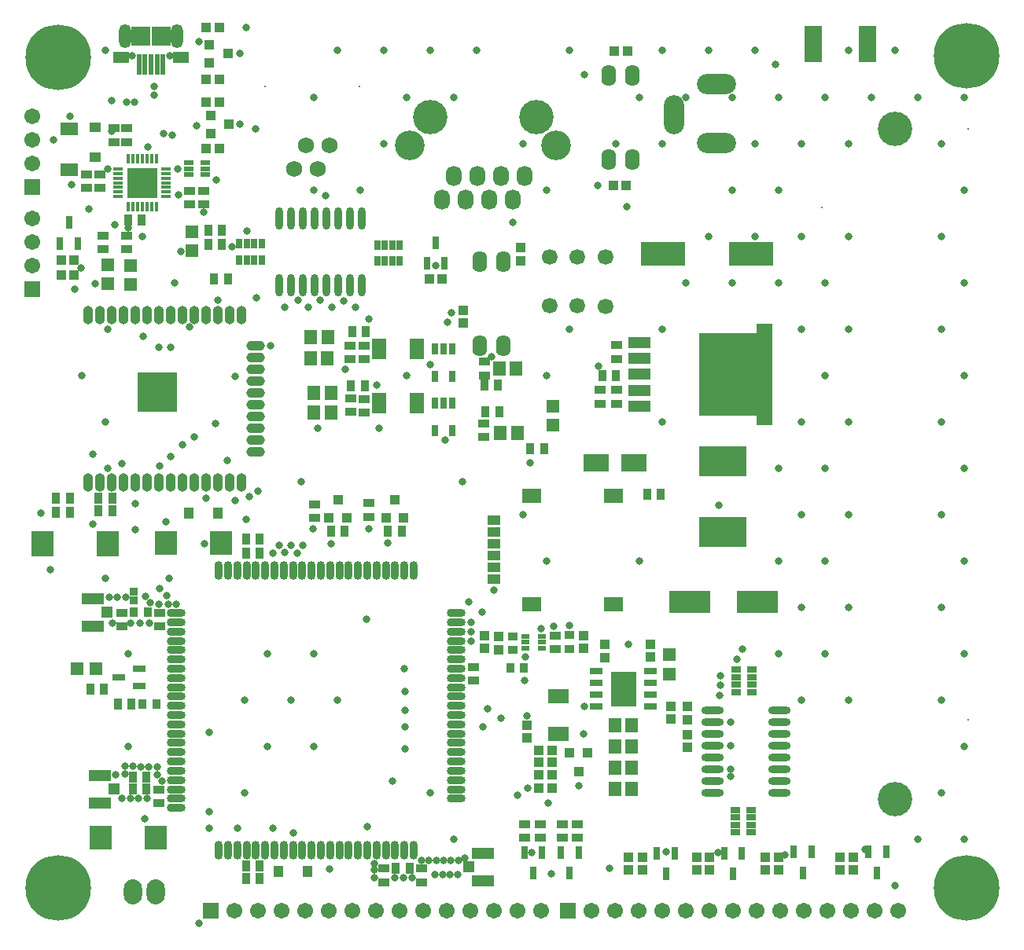
<source format=gts>
G04*
G04 #@! TF.GenerationSoftware,Altium Limited,Altium Designer,21.6.4 (81)*
G04*
G04 Layer_Color=8388736*
%FSLAX25Y25*%
%MOIN*%
G70*
G04*
G04 #@! TF.SameCoordinates,94B67592-C5F0-476C-964B-405C66203207*
G04*
G04*
G04 #@! TF.FilePolarity,Negative*
G04*
G01*
G75*
%ADD70R,0.03753X0.04737*%
%ADD71R,0.04737X0.03753*%
%ADD72R,0.07493X0.05721*%
%ADD73R,0.04343X0.01800*%
%ADD74R,0.01800X0.04343*%
%ADD75R,0.04540X0.04343*%
%ADD76O,0.04300X0.07800*%
%ADD77O,0.07800X0.04300*%
%ADD78R,0.16550X0.16550*%
%ADD79R,0.13005X0.13005*%
%ADD80R,0.02375X0.09068*%
%ADD81R,0.06706X0.04737*%
%ADD82R,0.08280X0.08280*%
%ADD83R,0.04343X0.02375*%
%ADD84R,0.02572X0.04343*%
%ADD85O,0.09583X0.03170*%
%ADD86R,0.09491X0.10154*%
%ADD87R,0.04343X0.02572*%
%ADD88R,0.02965X0.04737*%
%ADD89O,0.07887X0.03556*%
%ADD90O,0.03556X0.07887*%
%ADD91R,0.03162X0.05328*%
%ADD92R,0.04343X0.03950*%
%ADD93R,0.03950X0.04343*%
%ADD94R,0.07480X0.15354*%
%ADD95R,0.03950X0.04343*%
%ADD96R,0.04343X0.03950*%
%ADD97R,0.09304X0.05013*%
%ADD98R,0.05524X0.05524*%
%ADD99R,0.17335X0.09461*%
%ADD100R,0.06312X0.08674*%
%ADD101R,0.05524X0.06312*%
%ADD102R,0.05524X0.05524*%
%ADD103R,0.09491X0.11005*%
%ADD104R,0.10642X0.14579*%
%ADD105R,0.05524X0.03162*%
%ADD106R,0.08674X0.06312*%
%ADD107O,0.06312X0.09068*%
%ADD108R,0.04343X0.04540*%
%ADD109R,0.09461X0.04934*%
%ADD110R,0.04934X0.04737*%
%ADD111R,0.03398X0.03241*%
%ADD112R,0.03556X0.04343*%
%ADD113R,0.04343X0.03556*%
%ADD114R,0.20485X0.12611*%
%ADD115R,0.10642X0.07493*%
%ADD116R,0.19107X0.09855*%
%ADD117O,0.03170X0.09583*%
%ADD118R,0.03556X0.02454*%
%ADD119R,0.07887X0.05918*%
%ADD120R,0.05524X0.04343*%
%ADD121R,0.05328X0.03162*%
%ADD122C,0.27800*%
%ADD123C,0.03162*%
%ADD124O,0.05131X0.10249*%
%ADD125R,0.00800X0.00800*%
%ADD126C,0.14580*%
%ADD127O,0.07690X0.10642*%
%ADD128C,0.06658*%
%ADD129R,0.06706X0.06706*%
%ADD130C,0.06706*%
%ADD131O,0.16548X0.08674*%
%ADD132O,0.08674X0.16548*%
%ADD133C,0.12611*%
%ADD134O,0.06706X0.08674*%
%ADD135C,0.06800*%
%ADD136C,0.00800*%
%ADD137R,0.06706X0.06706*%
G36*
X319992Y213846D02*
X313417D01*
Y217980D01*
X289008D01*
Y253020D01*
X313417D01*
Y257154D01*
X319992D01*
Y213846D01*
D02*
G37*
D70*
X198146Y231000D02*
D03*
X203854D02*
D03*
X47146Y301000D02*
D03*
X52854D02*
D03*
X133146Y169000D02*
D03*
X138854D02*
D03*
X102779Y159500D02*
D03*
X97071D02*
D03*
X217646Y204000D02*
D03*
X223354D02*
D03*
X141646Y230731D02*
D03*
X147354D02*
D03*
X81146Y290530D02*
D03*
X86854D02*
D03*
X42789Y95506D02*
D03*
X48498D02*
D03*
X22354Y183000D02*
D03*
X16646D02*
D03*
X22354Y177000D02*
D03*
X16646D02*
D03*
X40354Y183000D02*
D03*
X34646D02*
D03*
X163018Y169000D02*
D03*
X157310D02*
D03*
X142146Y253500D02*
D03*
X147854D02*
D03*
X198646Y219500D02*
D03*
X204354D02*
D03*
X54854Y64500D02*
D03*
X49146D02*
D03*
X49146Y59500D02*
D03*
X54854D02*
D03*
X160646Y26000D02*
D03*
X166354D02*
D03*
X248146Y235000D02*
D03*
X253854D02*
D03*
X267146Y184500D02*
D03*
X272854D02*
D03*
X34646Y177500D02*
D03*
X40354D02*
D03*
X31146Y102000D02*
D03*
X36854D02*
D03*
X97146Y21500D02*
D03*
X102854D02*
D03*
X97071Y165500D02*
D03*
X102779D02*
D03*
X97146Y27000D02*
D03*
X102854D02*
D03*
X83646Y276000D02*
D03*
X89354D02*
D03*
X81146Y296500D02*
D03*
X86854D02*
D03*
D71*
X198000Y235146D02*
D03*
Y240854D02*
D03*
X46500Y334146D02*
D03*
Y339854D02*
D03*
X41000D02*
D03*
Y334146D02*
D03*
X79000Y307646D02*
D03*
Y313354D02*
D03*
X126000Y174500D02*
D03*
Y180209D02*
D03*
X155500Y25854D02*
D03*
Y20146D02*
D03*
X141500Y225354D02*
D03*
Y219646D02*
D03*
X147000Y225085D02*
D03*
Y219376D02*
D03*
X29500Y314646D02*
D03*
Y320354D02*
D03*
X35000Y314646D02*
D03*
Y320354D02*
D03*
X36500Y288500D02*
D03*
Y294209D02*
D03*
X46500Y288500D02*
D03*
Y294209D02*
D03*
X149251Y180854D02*
D03*
Y175146D02*
D03*
X141039Y247784D02*
D03*
Y242075D02*
D03*
X147000Y247784D02*
D03*
Y242075D02*
D03*
X197957Y208993D02*
D03*
Y214701D02*
D03*
X231013Y38902D02*
D03*
Y44610D02*
D03*
X221744Y38902D02*
D03*
Y44610D02*
D03*
X215244Y38902D02*
D03*
Y44610D02*
D03*
X171500Y20146D02*
D03*
Y25854D02*
D03*
X228000Y119039D02*
D03*
Y124748D02*
D03*
X254000Y223146D02*
D03*
Y228854D02*
D03*
X247000Y223146D02*
D03*
Y228854D02*
D03*
X254000Y242146D02*
D03*
Y247854D02*
D03*
X60000Y59354D02*
D03*
Y53646D02*
D03*
X44500Y134354D02*
D03*
Y128646D02*
D03*
X60500Y134354D02*
D03*
Y128646D02*
D03*
X193500Y111354D02*
D03*
Y105646D02*
D03*
X237454Y44610D02*
D03*
Y38902D02*
D03*
X73000Y313354D02*
D03*
Y307646D02*
D03*
D72*
X22000Y322339D02*
D03*
Y339661D02*
D03*
D73*
X42898Y322709D02*
D03*
X63291D02*
D03*
Y320740D02*
D03*
Y318772D02*
D03*
Y316803D02*
D03*
Y314835D02*
D03*
Y312866D02*
D03*
Y310898D02*
D03*
X42898D02*
D03*
Y312866D02*
D03*
Y314835D02*
D03*
Y316803D02*
D03*
Y318772D02*
D03*
Y320740D02*
D03*
D74*
X47189Y327000D02*
D03*
X59000Y306606D02*
D03*
X57032D02*
D03*
X55063D02*
D03*
X53095D02*
D03*
X51126D02*
D03*
X49158D02*
D03*
X47189D02*
D03*
X49158Y327000D02*
D03*
X51126D02*
D03*
X53095D02*
D03*
X55063D02*
D03*
X57032D02*
D03*
X59000D02*
D03*
D75*
X33000Y340201D02*
D03*
Y327799D02*
D03*
D76*
X30100Y260600D02*
D03*
X35100D02*
D03*
X40100D02*
D03*
X45100D02*
D03*
X50100D02*
D03*
X55100D02*
D03*
X60100D02*
D03*
X65100D02*
D03*
X70100D02*
D03*
X75100D02*
D03*
X80100D02*
D03*
X85100D02*
D03*
X90100D02*
D03*
X95100D02*
D03*
Y189700D02*
D03*
X90100D02*
D03*
X85100D02*
D03*
X80100D02*
D03*
X75100D02*
D03*
X70100D02*
D03*
X65100D02*
D03*
X60100D02*
D03*
X55100D02*
D03*
X50100D02*
D03*
X45100D02*
D03*
X40100D02*
D03*
X35100D02*
D03*
X30100D02*
D03*
D77*
X101200Y247600D02*
D03*
Y242600D02*
D03*
Y237600D02*
D03*
Y232600D02*
D03*
Y227600D02*
D03*
Y222600D02*
D03*
Y217600D02*
D03*
Y212600D02*
D03*
Y207600D02*
D03*
Y202600D02*
D03*
D78*
X59500Y228000D02*
D03*
D79*
X53095Y316803D02*
D03*
D80*
X56831Y366992D02*
D03*
X59390D02*
D03*
X61949D02*
D03*
X54272D02*
D03*
X51713D02*
D03*
D81*
X69429Y370142D02*
D03*
X44232D02*
D03*
D82*
X61162Y379000D02*
D03*
X52500D02*
D03*
D83*
X72707Y325309D02*
D03*
X79793D02*
D03*
Y322750D02*
D03*
Y320191D02*
D03*
X72707D02*
D03*
Y322750D02*
D03*
D84*
X159075Y290347D02*
D03*
X162224D02*
D03*
X152776D02*
D03*
X155925D02*
D03*
Y283653D02*
D03*
X152776D02*
D03*
X162224D02*
D03*
X159075D02*
D03*
X100575Y290846D02*
D03*
X103724D02*
D03*
X94276D02*
D03*
X97425D02*
D03*
Y284154D02*
D03*
X94276D02*
D03*
X103724D02*
D03*
X100575D02*
D03*
D85*
X294963Y93000D02*
D03*
Y88000D02*
D03*
Y83000D02*
D03*
Y78000D02*
D03*
Y73000D02*
D03*
Y68000D02*
D03*
Y63000D02*
D03*
Y58000D02*
D03*
X323037Y93000D02*
D03*
Y88000D02*
D03*
Y83000D02*
D03*
Y78000D02*
D03*
Y73000D02*
D03*
Y68000D02*
D03*
Y63000D02*
D03*
Y58000D02*
D03*
D86*
X35342Y39000D02*
D03*
X58658D02*
D03*
X63108Y164000D02*
D03*
X86425D02*
D03*
D87*
X311347Y103925D02*
D03*
Y100776D02*
D03*
Y110224D02*
D03*
Y107075D02*
D03*
X304654D02*
D03*
Y110224D02*
D03*
Y100776D02*
D03*
Y103925D02*
D03*
X311151Y44463D02*
D03*
Y41313D02*
D03*
Y50762D02*
D03*
Y47613D02*
D03*
X304458D02*
D03*
Y50762D02*
D03*
Y41313D02*
D03*
Y44463D02*
D03*
D88*
X184541Y223383D02*
D03*
X180801D02*
D03*
X177061D02*
D03*
Y211572D02*
D03*
X184541D02*
D03*
Y234594D02*
D03*
X177061D02*
D03*
Y246406D02*
D03*
X180801D02*
D03*
X184541D02*
D03*
D89*
X67394Y51610D02*
D03*
Y134288D02*
D03*
X186291Y134287D02*
D03*
X67394Y55547D02*
D03*
Y59484D02*
D03*
Y63421D02*
D03*
Y67358D02*
D03*
Y71295D02*
D03*
Y75232D02*
D03*
Y79169D02*
D03*
Y83106D02*
D03*
Y87043D02*
D03*
Y90980D02*
D03*
Y94917D02*
D03*
Y98854D02*
D03*
Y102791D02*
D03*
Y106728D02*
D03*
Y110665D02*
D03*
Y114602D02*
D03*
Y118539D02*
D03*
Y122476D02*
D03*
Y126413D02*
D03*
Y130350D02*
D03*
X186291D02*
D03*
Y126413D02*
D03*
Y122476D02*
D03*
Y118539D02*
D03*
Y114602D02*
D03*
Y110665D02*
D03*
Y106728D02*
D03*
Y102791D02*
D03*
Y98854D02*
D03*
Y94917D02*
D03*
Y90980D02*
D03*
Y87043D02*
D03*
Y83106D02*
D03*
Y79169D02*
D03*
Y75232D02*
D03*
Y71295D02*
D03*
Y67358D02*
D03*
Y63421D02*
D03*
Y59484D02*
D03*
Y55547D02*
D03*
D90*
X168181Y152398D02*
D03*
X85504D02*
D03*
Y33500D02*
D03*
X168181D02*
D03*
X164244D02*
D03*
X160307D02*
D03*
X156370D02*
D03*
X152433D02*
D03*
X148496D02*
D03*
X144559D02*
D03*
X140622D02*
D03*
X136685D02*
D03*
X132748D02*
D03*
X128811D02*
D03*
X124874D02*
D03*
X120937D02*
D03*
X117000D02*
D03*
X113063D02*
D03*
X109126D02*
D03*
X105189D02*
D03*
X101252D02*
D03*
X97315D02*
D03*
X93378D02*
D03*
X89441D02*
D03*
Y152398D02*
D03*
X93378D02*
D03*
X97315D02*
D03*
X101252D02*
D03*
X105189D02*
D03*
X109126D02*
D03*
X113063D02*
D03*
X117000D02*
D03*
X120937D02*
D03*
X124874D02*
D03*
X128811D02*
D03*
X132748D02*
D03*
X136685D02*
D03*
X140622D02*
D03*
X144559D02*
D03*
X148496D02*
D03*
X152433D02*
D03*
X156370D02*
D03*
X160307D02*
D03*
X164244D02*
D03*
D91*
X237984Y32685D02*
D03*
X230504D02*
D03*
X234244Y23827D02*
D03*
X278740Y32429D02*
D03*
X271260D02*
D03*
X275000Y23571D02*
D03*
X177500Y291429D02*
D03*
X181240Y282571D02*
D03*
X173760D02*
D03*
X333000Y24071D02*
D03*
X329260Y32929D02*
D03*
X336740D02*
D03*
X364621Y24071D02*
D03*
X360881Y32929D02*
D03*
X368361D02*
D03*
X303500Y23571D02*
D03*
X299760Y32429D02*
D03*
X307240D02*
D03*
X22000Y299929D02*
D03*
X25740Y291071D02*
D03*
X18260D02*
D03*
X222484Y32685D02*
D03*
X215004D02*
D03*
X218744Y23827D02*
D03*
D92*
X204000Y124256D02*
D03*
Y118744D02*
D03*
X240000Y119244D02*
D03*
Y124756D02*
D03*
X198000Y124756D02*
D03*
Y119244D02*
D03*
X189000Y257244D02*
D03*
Y262756D02*
D03*
X216000Y86756D02*
D03*
Y81244D02*
D03*
X268500Y115500D02*
D03*
Y121012D02*
D03*
X277000Y89244D02*
D03*
Y94756D02*
D03*
X284000Y77244D02*
D03*
Y82756D02*
D03*
X249000Y121000D02*
D03*
Y115488D02*
D03*
X284000Y89000D02*
D03*
Y94512D02*
D03*
X213500Y283744D02*
D03*
Y289256D02*
D03*
X354504Y25244D02*
D03*
Y30756D02*
D03*
X348844Y25244D02*
D03*
Y30756D02*
D03*
X322869Y25244D02*
D03*
Y30756D02*
D03*
X317225Y25244D02*
D03*
Y30756D02*
D03*
X293500Y25244D02*
D03*
Y30756D02*
D03*
X288000Y25244D02*
D03*
Y30756D02*
D03*
X265000Y25244D02*
D03*
Y30756D02*
D03*
X259000Y25244D02*
D03*
Y30756D02*
D03*
D93*
X136000Y182437D02*
D03*
X139740Y174563D02*
D03*
X132260D02*
D03*
X156424D02*
D03*
X163904D02*
D03*
X160164Y182437D02*
D03*
X238000Y67063D02*
D03*
X234260Y74937D02*
D03*
X241740D02*
D03*
D94*
X337386Y375500D02*
D03*
X360614D02*
D03*
D95*
X80244Y351000D02*
D03*
X85756D02*
D03*
X80244Y331330D02*
D03*
X85756D02*
D03*
X85756Y382500D02*
D03*
X80244D02*
D03*
X80244Y360631D02*
D03*
X85756D02*
D03*
X226756Y60000D02*
D03*
X221244D02*
D03*
X221244Y65500D02*
D03*
X226756D02*
D03*
X221244Y76000D02*
D03*
X226756D02*
D03*
X221244Y71000D02*
D03*
X226756D02*
D03*
X24256Y277500D02*
D03*
X18744D02*
D03*
X24256Y284000D02*
D03*
X18744D02*
D03*
X258256Y315500D02*
D03*
X252744D02*
D03*
X258756Y372500D02*
D03*
X253244D02*
D03*
X180256Y276131D02*
D03*
X174744D02*
D03*
D96*
X81563Y375240D02*
D03*
Y367760D02*
D03*
X89437Y371500D02*
D03*
X89937Y341500D02*
D03*
X82063Y337760D02*
D03*
Y345240D02*
D03*
D97*
X263811Y248886D02*
D03*
Y242193D02*
D03*
Y235500D02*
D03*
Y228807D02*
D03*
Y222114D02*
D03*
D98*
X74000Y296134D02*
D03*
Y287866D02*
D03*
X227000Y213866D02*
D03*
Y222134D02*
D03*
X48000Y273500D02*
D03*
Y281768D02*
D03*
X38500Y273866D02*
D03*
Y282134D02*
D03*
X276500Y116634D02*
D03*
Y108366D02*
D03*
D99*
X313870Y139000D02*
D03*
X285130D02*
D03*
D100*
X153626Y223231D02*
D03*
X169375D02*
D03*
X153626Y246410D02*
D03*
X169375D02*
D03*
D101*
X133043Y219231D02*
D03*
X125957D02*
D03*
X133043Y227731D02*
D03*
X125957D02*
D03*
X131682Y251196D02*
D03*
X124595D02*
D03*
X131543Y242219D02*
D03*
X124457D02*
D03*
X204457Y238000D02*
D03*
X211543D02*
D03*
X204957Y210500D02*
D03*
X212043D02*
D03*
X253457Y59500D02*
D03*
X260543D02*
D03*
X253457Y68500D02*
D03*
X260543D02*
D03*
X253457Y77500D02*
D03*
X260543D02*
D03*
X253500Y86500D02*
D03*
X260587D02*
D03*
D102*
X25366Y110500D02*
D03*
X33634D02*
D03*
D103*
X38324Y163500D02*
D03*
X10676D02*
D03*
D104*
X257000Y102000D02*
D03*
D105*
X245550Y94500D02*
D03*
Y99500D02*
D03*
Y104500D02*
D03*
Y109500D02*
D03*
X268450D02*
D03*
Y104500D02*
D03*
Y99500D02*
D03*
Y94500D02*
D03*
D106*
X229500Y98875D02*
D03*
Y83126D02*
D03*
D107*
X206000Y283413D02*
D03*
X196000D02*
D03*
X206000Y247587D02*
D03*
X196000D02*
D03*
X250819Y326587D02*
D03*
X260819D02*
D03*
X250819Y362413D02*
D03*
X260819D02*
D03*
D108*
X110799Y24500D02*
D03*
X123201D02*
D03*
X85201Y176500D02*
D03*
X72799D02*
D03*
D109*
X35000Y65307D02*
D03*
Y53693D02*
D03*
X197500Y20693D02*
D03*
Y32307D02*
D03*
X32000Y128693D02*
D03*
Y140307D02*
D03*
D110*
X41004Y59500D02*
D03*
X191496Y26500D02*
D03*
X38004Y134500D02*
D03*
D111*
X49500Y143429D02*
D03*
Y139571D02*
D03*
D112*
X214953Y111000D02*
D03*
X209047D02*
D03*
X59000Y95500D02*
D03*
X53095D02*
D03*
X49547Y134500D02*
D03*
X55453D02*
D03*
D113*
X210000Y124453D02*
D03*
Y118547D02*
D03*
X234000Y118941D02*
D03*
Y124846D02*
D03*
D114*
X299059Y168736D02*
D03*
X299000Y198500D02*
D03*
D115*
X261374Y198000D02*
D03*
X245626D02*
D03*
D116*
X311201Y286500D02*
D03*
X273799D02*
D03*
D117*
X146000Y301537D02*
D03*
X141000D02*
D03*
X136000D02*
D03*
X131000D02*
D03*
X126000D02*
D03*
X121000D02*
D03*
X116000D02*
D03*
X111000D02*
D03*
X146000Y273463D02*
D03*
X141000D02*
D03*
X136000D02*
D03*
X131000D02*
D03*
X126000D02*
D03*
X121000D02*
D03*
X116000D02*
D03*
X111000D02*
D03*
D118*
X215378Y124452D02*
D03*
X222621Y124452D02*
D03*
X222621Y121894D02*
D03*
X222621Y119334D02*
D03*
X215378Y119334D02*
D03*
X215378Y121893D02*
D03*
D119*
X218252Y184043D02*
D03*
X252898D02*
D03*
Y137957D02*
D03*
X218252D02*
D03*
D120*
X202102Y173506D02*
D03*
Y168506D02*
D03*
Y163506D02*
D03*
Y158506D02*
D03*
Y153506D02*
D03*
Y148506D02*
D03*
D121*
X51929Y103260D02*
D03*
Y110740D02*
D03*
X43071Y107000D02*
D03*
D122*
X402500Y17500D02*
D03*
Y370500D02*
D03*
X17500Y370000D02*
D03*
Y17500D02*
D03*
D123*
X48957Y370732D02*
D03*
X64705D02*
D03*
X175000Y239500D02*
D03*
X201000Y243000D02*
D03*
X128575Y267075D02*
D03*
X119000Y267147D02*
D03*
X65937Y336982D02*
D03*
X62000Y337500D02*
D03*
X58000Y354000D02*
D03*
X58201Y357701D02*
D03*
X49789Y351000D02*
D03*
X46639D02*
D03*
X40000Y351500D02*
D03*
X38500Y322500D02*
D03*
X60000Y138000D02*
D03*
X199500Y93500D02*
D03*
X197500Y86000D02*
D03*
X205000Y89500D02*
D03*
X40000Y338500D02*
D03*
X138500Y266500D02*
D03*
X130818Y311375D02*
D03*
X97410Y296256D02*
D03*
X297957Y99295D02*
D03*
X298000Y103500D02*
D03*
Y107500D02*
D03*
X305017Y114673D02*
D03*
X401528Y353146D02*
D03*
X391685Y333461D02*
D03*
X401528Y313776D02*
D03*
X391685Y294091D02*
D03*
X401528Y274406D02*
D03*
X391685Y254720D02*
D03*
X401528Y235035D02*
D03*
X391685Y215350D02*
D03*
X401528Y195665D02*
D03*
X391685Y175980D02*
D03*
X401528Y156295D02*
D03*
X391685Y136610D02*
D03*
X401528Y116925D02*
D03*
X391685Y97240D02*
D03*
X401528Y77555D02*
D03*
X391685Y57870D02*
D03*
X401528Y38185D02*
D03*
X372000Y372831D02*
D03*
X381842Y353146D02*
D03*
Y38185D02*
D03*
X372000Y18500D02*
D03*
X352315Y372831D02*
D03*
X362158Y353146D02*
D03*
X352315Y333461D02*
D03*
Y294091D02*
D03*
Y254720D02*
D03*
Y215350D02*
D03*
Y175980D02*
D03*
Y136610D02*
D03*
Y97240D02*
D03*
X342472Y353146D02*
D03*
X332630Y333461D02*
D03*
Y294091D02*
D03*
X342472Y274406D02*
D03*
X332630Y254720D02*
D03*
X342472Y235035D02*
D03*
X332630Y215350D02*
D03*
X342472Y195665D02*
D03*
X332630Y175980D02*
D03*
X342472Y156295D02*
D03*
X332630Y136610D02*
D03*
X342472Y116925D02*
D03*
X332630Y97240D02*
D03*
X312945Y372831D02*
D03*
X322787Y353146D02*
D03*
X312945Y333461D02*
D03*
X322787Y313776D02*
D03*
X312945Y294091D02*
D03*
X322787Y274406D02*
D03*
Y195665D02*
D03*
Y156295D02*
D03*
Y116925D02*
D03*
X293260Y372831D02*
D03*
X303102Y353146D02*
D03*
Y313776D02*
D03*
X293260Y294091D02*
D03*
X303102Y274406D02*
D03*
X273575Y372831D02*
D03*
X283417Y353146D02*
D03*
X273575Y333461D02*
D03*
X283417Y274406D02*
D03*
X273575Y254720D02*
D03*
Y215350D02*
D03*
X263732Y353146D02*
D03*
X253890Y333461D02*
D03*
X263732Y156295D02*
D03*
X234205Y372831D02*
D03*
Y254720D02*
D03*
X214520Y333461D02*
D03*
X224362Y313776D02*
D03*
Y235035D02*
D03*
X214520Y175980D02*
D03*
X224362Y156295D02*
D03*
X194835Y372831D02*
D03*
X175150D02*
D03*
X184992Y353146D02*
D03*
X175150Y57870D02*
D03*
X184992Y38185D02*
D03*
X155465Y372831D02*
D03*
X165307Y353146D02*
D03*
X155465Y333461D02*
D03*
X165307Y235035D02*
D03*
X135780Y372831D02*
D03*
X145622Y313776D02*
D03*
X135780Y97240D02*
D03*
X125937Y353146D02*
D03*
Y313776D02*
D03*
Y116925D02*
D03*
X116095Y97240D02*
D03*
X125937Y77555D02*
D03*
X106252Y116925D02*
D03*
X96409Y97240D02*
D03*
X106252Y77555D02*
D03*
X96409Y57870D02*
D03*
X66882Y274406D02*
D03*
X37354Y372831D02*
D03*
Y215350D02*
D03*
X47197Y116925D02*
D03*
Y77555D02*
D03*
X27512Y235035D02*
D03*
X164500Y76500D02*
D03*
Y86000D02*
D03*
Y93000D02*
D03*
Y101000D02*
D03*
X77000Y2500D02*
D03*
X14000Y152500D02*
D03*
X63000Y173000D02*
D03*
X81500Y83500D02*
D03*
X54000Y47000D02*
D03*
X24500Y271500D02*
D03*
X27130Y280750D02*
D03*
X23000Y316000D02*
D03*
X47146Y297654D02*
D03*
X32256Y201756D02*
D03*
X38500Y195500D02*
D03*
X44500Y197500D02*
D03*
X10000Y176500D02*
D03*
X37500Y149000D02*
D03*
X46000Y141000D02*
D03*
X42500D02*
D03*
X39000D02*
D03*
X40500Y130000D02*
D03*
X48000D02*
D03*
X56000D02*
D03*
X52000D02*
D03*
X54380Y141215D02*
D03*
X67500Y138000D02*
D03*
X64000D02*
D03*
X56500Y138500D02*
D03*
X55958Y69083D02*
D03*
X59368Y69106D02*
D03*
X59463Y65741D02*
D03*
X49129Y69194D02*
D03*
X41888Y65682D02*
D03*
X45704Y69194D02*
D03*
X45662Y65874D02*
D03*
X44500Y55500D02*
D03*
X48000D02*
D03*
X51500D02*
D03*
X52638Y69137D02*
D03*
X55000Y55500D02*
D03*
X61463Y63075D02*
D03*
X151500Y28000D02*
D03*
Y22000D02*
D03*
X163802Y21937D02*
D03*
X160000Y22000D02*
D03*
X167500D02*
D03*
X151524Y25270D02*
D03*
X189977Y30476D02*
D03*
X187103Y29188D02*
D03*
X183953D02*
D03*
X180804D02*
D03*
X177654D02*
D03*
X174505D02*
D03*
X171359Y29338D02*
D03*
X177221Y23167D02*
D03*
X180371D02*
D03*
X183521D02*
D03*
X186670D02*
D03*
X132500Y25500D02*
D03*
X226500Y23500D02*
D03*
X225000Y53500D02*
D03*
X197000Y134500D02*
D03*
X177500Y281500D02*
D03*
X101500Y268000D02*
D03*
X92500Y234500D02*
D03*
X89000Y199000D02*
D03*
X127500Y212500D02*
D03*
X188909Y190091D02*
D03*
X275000Y33000D02*
D03*
X297000Y32500D02*
D03*
X325500Y31500D02*
D03*
X359500Y34000D02*
D03*
X251000Y26000D02*
D03*
X41500Y299000D02*
D03*
X33000Y274000D02*
D03*
X93500Y43000D02*
D03*
X81516Y43016D02*
D03*
X32000Y172000D02*
D03*
X75000Y209000D02*
D03*
X120500Y190000D02*
D03*
X184000Y261535D02*
D03*
X182500Y257500D02*
D03*
X157000Y164000D02*
D03*
X125500Y170000D02*
D03*
X153500Y212711D02*
D03*
X181500Y207500D02*
D03*
X164000Y110500D02*
D03*
X159000Y63000D02*
D03*
X148000Y131500D02*
D03*
X69500Y287500D02*
D03*
X79000Y304252D02*
D03*
X73225Y255602D02*
D03*
X222000Y127500D02*
D03*
X228000Y119039D02*
D03*
X215000Y105500D02*
D03*
X191500Y139000D02*
D03*
X215500Y115500D02*
D03*
X55594Y332000D02*
D03*
X216000Y90500D02*
D03*
X218000Y32500D02*
D03*
X133000Y163500D02*
D03*
X212000Y57000D02*
D03*
X81500Y50000D02*
D03*
X148500Y43500D02*
D03*
X79500Y163500D02*
D03*
X64500Y149000D02*
D03*
X65000Y200500D02*
D03*
X84000Y214500D02*
D03*
X139000Y237500D02*
D03*
X152500Y231000D02*
D03*
X210000Y300000D02*
D03*
X246000Y315500D02*
D03*
X97000Y382500D02*
D03*
X101000Y339500D02*
D03*
X94441Y341560D02*
D03*
X91000Y289500D02*
D03*
X53000Y294000D02*
D03*
X60500Y144500D02*
D03*
X63500Y141500D02*
D03*
X60500Y196500D02*
D03*
X307500Y119000D02*
D03*
X108500Y43000D02*
D03*
X117059Y41059D02*
D03*
X149000Y170000D02*
D03*
X217500Y198000D02*
D03*
X240500Y94500D02*
D03*
X297500Y180000D02*
D03*
X246500Y239000D02*
D03*
X121295Y163000D02*
D03*
X118736Y159500D02*
D03*
X116177Y163000D02*
D03*
X111059D02*
D03*
X113618Y160000D02*
D03*
X92500Y181846D02*
D03*
X108500Y159500D02*
D03*
X97000Y174000D02*
D03*
X102000Y186000D02*
D03*
X98500Y183815D02*
D03*
X258500Y306500D02*
D03*
X107500Y247500D02*
D03*
X50000Y169500D02*
D03*
Y180500D02*
D03*
X216500Y60000D02*
D03*
X60000Y247000D02*
D03*
X53500Y251500D02*
D03*
X65000Y247000D02*
D03*
X38500Y254500D02*
D03*
X113500Y264000D02*
D03*
X123500D02*
D03*
X133500D02*
D03*
X143500D02*
D03*
X85000Y267000D02*
D03*
X149000Y259000D02*
D03*
X321500Y367000D02*
D03*
X84500Y318000D02*
D03*
X80000Y183000D02*
D03*
X234000Y129000D02*
D03*
X76000Y341000D02*
D03*
X77000Y376500D02*
D03*
X94500Y371500D02*
D03*
X30500Y305500D02*
D03*
X15500Y335000D02*
D03*
X22500Y345000D02*
D03*
X70000Y205500D02*
D03*
X68250Y322750D02*
D03*
X68498Y311491D02*
D03*
X240500Y362500D02*
D03*
X202102Y144103D02*
D03*
X192476Y122476D02*
D03*
X227500Y128500D02*
D03*
X192566Y130350D02*
D03*
X192587Y126413D02*
D03*
X259000Y121000D02*
D03*
X240000Y83000D02*
D03*
X302500Y64937D02*
D03*
Y68087D02*
D03*
Y78000D02*
D03*
X238000Y61000D02*
D03*
X302500Y88000D02*
D03*
D124*
X45709Y378999D02*
D03*
X67953D02*
D03*
D125*
X402984Y88839D02*
D03*
Y339665D02*
D03*
X341016Y306161D02*
D03*
D126*
X372000Y55335D02*
D03*
Y339665D02*
D03*
X220000Y344657D02*
D03*
X175000D02*
D03*
D127*
X49079Y16000D02*
D03*
X58921D02*
D03*
D128*
X225726Y285362D02*
D03*
X237545Y285339D02*
D03*
X249340Y285343D02*
D03*
Y264480D02*
D03*
X237565Y264500D02*
D03*
X225726D02*
D03*
D129*
X6500Y315000D02*
D03*
Y271500D02*
D03*
D130*
Y325000D02*
D03*
Y335000D02*
D03*
Y345000D02*
D03*
Y281500D02*
D03*
Y291500D02*
D03*
Y301500D02*
D03*
X243500Y8000D02*
D03*
X253500D02*
D03*
X263500D02*
D03*
X273500D02*
D03*
X283500D02*
D03*
X293500D02*
D03*
X303500D02*
D03*
X313500D02*
D03*
X323500D02*
D03*
X333500D02*
D03*
X343500D02*
D03*
X353500D02*
D03*
X363500D02*
D03*
X373500D02*
D03*
X222000D02*
D03*
X212000D02*
D03*
X202000D02*
D03*
X192000D02*
D03*
X182000D02*
D03*
X172000D02*
D03*
X162000D02*
D03*
X152000D02*
D03*
X142000D02*
D03*
X132000D02*
D03*
X122000D02*
D03*
X112000D02*
D03*
X102000D02*
D03*
X92000D02*
D03*
D131*
X296500Y358500D02*
D03*
Y333500D02*
D03*
D132*
X278500Y345500D02*
D03*
D133*
X228425Y332650D02*
D03*
X166614D02*
D03*
D134*
X185000Y319657D02*
D03*
X195000D02*
D03*
X205000D02*
D03*
X215000D02*
D03*
X180000Y309658D02*
D03*
X190000D02*
D03*
X200000D02*
D03*
X210000D02*
D03*
D135*
X132500Y332500D02*
D03*
X122500D02*
D03*
X127500Y322500D02*
D03*
X117500D02*
D03*
D136*
X145000Y357500D02*
D03*
X105000D02*
D03*
D137*
X233500Y8000D02*
D03*
X82000D02*
D03*
M02*

</source>
